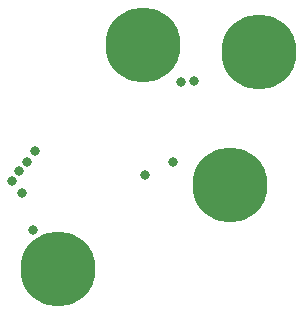
<source format=gbl>
G04*
G04 #@! TF.GenerationSoftware,Altium Limited,Altium Designer,19.0.15 (446)*
G04*
G04 Layer_Physical_Order=2*
G04 Layer_Color=16711680*
%FSLAX25Y25*%
%MOIN*%
G70*
G01*
G75*
%ADD12C,0.25000*%
%ADD13C,0.03150*%
D12*
X4331Y27953D02*
D03*
X-34138Y30315D02*
D03*
X-5118Y-16535D02*
D03*
X-62402Y-44488D02*
D03*
D13*
X-17224Y18209D02*
D03*
X-21358Y17815D02*
D03*
X-70917Y-31496D02*
D03*
X-74508Y-19193D02*
D03*
X-72835Y-8760D02*
D03*
X-77854Y-15024D02*
D03*
X-33362Y-13287D02*
D03*
X-75394Y-11909D02*
D03*
X-24016Y-8661D02*
D03*
X-70079Y-5260D02*
D03*
M02*

</source>
